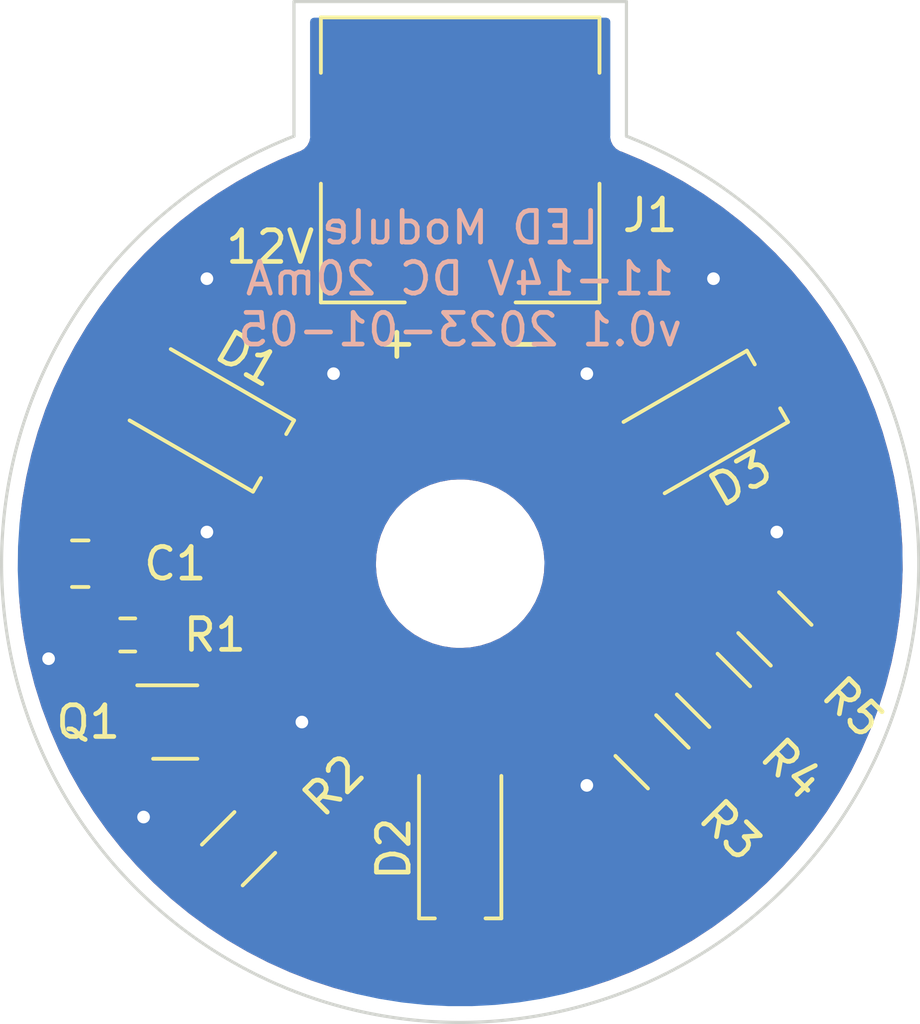
<source format=kicad_pcb>
(kicad_pcb (version 20211014) (generator pcbnew)
  (layers (0 "F.Cu" signal) (31 "B.Cu" signal) (34 "B.Paste" user) (35 "F.Paste" user) (36 "B.SilkS" user "B.Silkscreen") (37 "F.SilkS" user "F.Silkscreen") (38 "B.Mask" user) (39 "F.Mask" user) (44 "Edge.Cuts" user))
  (net 0 "")
  (net 1 "Net-(D1-Pad1)")
  (net 2 "Net-(D2-Pad1)")
  (net 3 "Net-(D3-Pad1)")
  (net 4 "Net-(Q1-Pad2)")
  (net 5 "+12V")
  (net 6 "GND")
  (net 7 "Net-(Q1-Pad5)")
  (footprint "Resistor_SMD:R_0603_1608Metric" (layer "F.Cu") (at 79.5 92.25)
    (fp_text reference "R1" (at 2.75 0) (layer "F.SilkS"))
    (fp_text value "R")
    (fp_line (start -0.237258 -0.5225) (end 0.237258 -0.5225) (layer "F.SilkS") (width 0.12))
    (fp_line (start -0.237258 0.5225) (end 0.237258 0.5225) (layer "F.SilkS") (width 0.12))
    (pad "1" smd roundrect (at -0.825 0) (size 0.8 0.95) (layers "F.Cu" "F.Paste" "F.Mask") (net 5 "+12V"))
    (pad "2" smd roundrect (at 0.825 0) (size 0.8 0.95) (layers "F.Cu" "F.Paste" "F.Mask") (net 7 "Net-(Q1-Pad5)"))
  )
  (footprint "Brett-Footprint:LED_Cree-J-Series" (layer "F.Cu") (at 97.8 85.5 -150)
    (fp_text reference "D3" (at 0 -2.1 30) (layer "F.SilkS"))
    (fp_text value "JE2835AWT")
    (fp_line (start 2.3 -1.3) (end -2.2 -1.3) (layer "F.SilkS") (width 0.12))
    (fp_line (start -2.2 -1.3) (end -2.2 -0.8) (layer "F.SilkS") (width 0.12))
    (fp_line (start -2.2 1.3) (end 2.3 1.3) (layer "F.SilkS") (width 0.12))
    (fp_line (start -2.2 1.3) (end -2.2 0.8) (layer "F.SilkS") (width 0.12))
    (pad "1" smd rect (at -0.75 0 210) (size 2.1 1.8) (layers "F.Cu" "F.Mask") (net 3 "Net-(D3-Pad1)"))
    (pad "2" smd rect (at 1.8 0 210) (size 0.6 0.5) (layers "F.Cu" "F.Mask") (net 2 "Net-(D2-Pad1)"))
    (pad "2" smd rect (at 1.3 0 210) (size 1 1.8) (layers "F.Cu" "F.Mask") (net 2 "Net-(D2-Pad1)"))
  )
  (footprint "Resistor_SMD:R_1206_3216Metric" (layer "F.Cu") (at 83 99 -135)
    (fp_text reference "R2" (at -3.535534 -0.707107 45) (layer "F.SilkS"))
    (fp_text value "91")
    (fp_line (start -0.727064 -0.91) (end 0.727064 -0.91) (layer "F.SilkS") (width 0.12))
    (fp_line (start -0.727064 0.91) (end 0.727064 0.91) (layer "F.SilkS") (width 0.12))
    (pad "1" smd roundrect (at -1.4625 0 225) (size 1.125 1.75) (layers "F.Cu" "F.Paste" "F.Mask") (roundrect_rratio 0.2222222222) (net 4 "Net-(Q1-Pad2)"))
    (pad "2" smd roundrect (at 1.4625 0 225) (size 1.125 1.75) (layers "F.Cu" "F.Paste" "F.Mask") (roundrect_rratio 0.2222222222) (net 6 "GND"))
  )
  (footprint "Resistor_SMD:R_1206_3216Metric" (layer "F.Cu") (at 96.06 95.94 135)
    (fp_text reference "R3" (at -3.5 0 135) (layer "F.SilkS"))
    (fp_text value "91")
    (fp_line (start -0.727064 -0.91) (end 0.727064 -0.91) (layer "F.SilkS") (width 0.12))
    (fp_line (start -0.727064 0.91) (end 0.727064 0.91) (layer "F.SilkS") (width 0.12))
    (pad "1" smd roundrect (at -1.4625 0 135) (size 1.125 1.75) (layers "F.Cu" "F.Paste" "F.Mask") (roundrect_rratio 0.2222222222) (net 4 "Net-(Q1-Pad2)"))
    (pad "2" smd roundrect (at 1.4625 0 135) (size 1.125 1.75) (layers "F.Cu" "F.Paste" "F.Mask") (roundrect_rratio 0.2222222222) (net 6 "GND"))
  )
  (footprint "Package_TO_SOT_SMD:SOT-363_SC-70-6" (layer "F.Cu") (at 81 95)
    (fp_text reference "Q1" (at -2.75 0) (layer "F.SilkS"))
    (fp_text value "BC847BS")
    (fp_line (start -0.7 1.16) (end 0.7 1.16) (layer "F.SilkS") (width 0.12))
    (fp_line (start 0.7 -1.16) (end -1.2 -1.16) (layer "F.SilkS") (width 0.12))
    (pad "1" smd rect (at -0.95 -0.65) (size 0.65 0.4) (layers "F.Cu" "F.Paste" "F.Mask") (net 6 "GND"))
    (pad "2" smd rect (at -0.95 0) (size 0.65 0.4) (layers "F.Cu" "F.Paste" "F.Mask") (net 4 "Net-(Q1-Pad2)"))
    (pad "3" smd rect (at -0.95 0.65) (size 0.65 0.4) (layers "F.Cu" "F.Paste" "F.Mask") (net 3 "Net-(D3-Pad1)"))
    (pad "4" smd rect (at 0.95 0.65) (size 0.65 0.4) (layers "F.Cu" "F.Paste" "F.Mask") (net 4 "Net-(Q1-Pad2)"))
    (pad "5" smd rect (at 0.95 0) (size 0.65 0.4) (layers "F.Cu" "F.Paste" "F.Mask") (net 7 "Net-(Q1-Pad5)"))
    (pad "6" smd rect (at 0.95 -0.65) (size 0.65 0.4) (layers "F.Cu" "F.Paste" "F.Mask") (net 7 "Net-(Q1-Pad5)"))
  )
  (footprint "Capacitor_SMD:C_0805_2012Metric" (layer "F.Cu") (at 78 90)
    (fp_text reference "C1" (at 3 0) (layer "F.SilkS"))
    (fp_text value "10u")
    (fp_line (start -0.261252 -0.735) (end 0.261252 -0.735) (layer "F.SilkS") (width 0.12))
    (fp_line (start -0.261252 0.735) (end 0.261252 0.735) (layer "F.SilkS") (width 0.12))
    (pad "1" smd roundrect (at -0.95 0) (size 1 1.45) (layers "F.Cu" "F.Paste" "F.Mask") (net 5 "+12V"))
    (pad "2" smd roundrect (at 0.95 0) (size 1 1.45) (layers "F.Cu" "F.Paste" "F.Mask") (net 6 "GND"))
  )
  (footprint "Resistor_SMD:R_1206_3216Metric" (layer "F.Cu") (at 99.94 92.06 135)
    (fp_text reference "R5" (at -3.5 0 135) (layer "F.SilkS"))
    (fp_text value "91")
    (fp_line (start -0.727064 0.91) (end 0.727064 0.91) (layer "F.SilkS") (width 0.12))
    (fp_line (start -0.727064 -0.91) (end 0.727064 -0.91) (layer "F.SilkS") (width 0.12))
    (pad "1" smd roundrect (at -1.4625 0 135) (size 1.125 1.75) (layers "F.Cu" "F.Paste" "F.Mask") (roundrect_rratio 0.2222222222) (net 4 "Net-(Q1-Pad2)"))
    (pad "2" smd roundrect (at 1.4625 0 135) (size 1.125 1.75) (layers "F.Cu" "F.Paste" "F.Mask") (roundrect_rratio 0.2222222222) (net 6 "GND"))
  )
  (footprint "Brett-Footprint:LED_Cree-J-Series" (layer "F.Cu") (at 90 99 90)
    (fp_text reference "D2" (at 0 -2.1 90) (layer "F.SilkS"))
    (fp_text value "JE2835AWT")
    (fp_line (start 2.3 -1.3) (end -2.2 -1.3) (layer "F.SilkS") (width 0.12))
    (fp_line (start -2.2 1.3) (end -2.2 0.8) (layer "F.SilkS") (width 0.12))
    (fp_line (start -2.2 -1.3) (end -2.2 -0.8) (layer "F.SilkS") (width 0.12))
    (fp_line (start -2.2 1.3) (end 2.3 1.3) (layer "F.SilkS") (width 0.12))
    (pad "1" smd rect (at -0.75 0 90) (size 2.1 1.8) (layers "F.Cu" "F.Mask") (net 2 "Net-(D2-Pad1)"))
    (pad "2" smd rect (at 1.8 0 90) (size 0.6 0.5) (layers "F.Cu" "F.Mask") (net 1 "Net-(D1-Pad1)"))
    (pad "2" smd rect (at 1.3 0 90) (size 1 1.8) (layers "F.Cu" "F.Mask") (net 1 "Net-(D1-Pad1)"))
  )
  (footprint "Resistor_SMD:R_1206_3216Metric" (layer "F.Cu") (at 98 94 135)
    (fp_text reference "R4" (at -3.5 0 135) (layer "F.SilkS"))
    (fp_text value "91")
    (fp_line (start -0.727064 0.91) (end 0.727064 0.91) (layer "F.SilkS") (width 0.12))
    (fp_line (start -0.727064 -0.91) (end 0.727064 -0.91) (layer "F.SilkS") (width 0.12))
    (pad "1" smd roundrect (at -1.4625 0 135) (size 1.125 1.75) (layers "F.Cu" "F.Paste" "F.Mask") (roundrect_rratio 0.2222222222) (net 4 "Net-(Q1-Pad2)"))
    (pad "2" smd roundrect (at 1.4625 0 135) (size 1.125 1.75) (layers "F.Cu" "F.Paste" "F.Mask") (roundrect_rratio 0.2222222222) (net 6 "GND"))
  )
  (footprint "MountingHole:MountingHole_4.3mm_M4" (layer "F.Cu") (at 90 90)
    (fp_text reference "" (at 0 -5.3) (layer "F.SilkS"))
    (fp_text value "MountingHole_4.3mm_M4")
    (pad "" np_thru_hole circle (at 0 0) (size 4.3 4.3) (drill 4.3) (layers *.Cu *.Mask))
  )
  (footprint "Brett-Footprint:TE-HPI-1x2x2mm-1775469-2" (layer "F.Cu") (at 90 78)
    (fp_text reference "J1" (at 6 1) (layer "F.SilkS"))
    (fp_text value "Conn_01x02")
    (fp_line (start -4.4 -3.5) (end -4.4 -5.25) (layer "F.SilkS") (width 0.12))
    (fp_line (start -4.4 -5.25) (end 4.4 -5.25) (layer "F.SilkS") (width 0.12))
    (fp_line (start 4.4 0) (end 4.4 3.75) (layer "F.SilkS") (width 0.12))
    (fp_line (start -4.4 3.75) (end -1.75 3.75) (layer "F.SilkS") (width 0.12))
    (fp_line (start 4.4 -5.25) (end 4.4 -3.5) (layer "F.SilkS") (width 0.12))
    (fp_line (start -4.4 0) (end -4.4 3.75) (layer "F.SilkS") (width 0.12))
    (fp_line (start 4.4 3.75) (end 1.75 3.75) (layer "F.SilkS") (width 0.12))
    (pad "1" smd roundrect (at -1 2.5) (size 1 3.5) (layers "F.Cu" "F.Paste" "F.Mask") (net 5 "+12V"))
    (pad "2" smd roundrect (at 1 2.5) (size 1 3.5) (layers "F.Cu" "F.Paste" "F.Mask") (net 6 "GND"))
    (pad "MP" smd roundrect (at 3.35 -3.25) (size 1.5 3.4) (layers "F.Cu" "F.Paste" "F.Mask") (roundrect_rratio 0.15625))
    (pad "MP" smd roundrect (at -3.35 -3.25) (size 1.5 3.4) (layers "F.Cu" "F.Paste" "F.Mask") (roundrect_rratio 0.15625))
  )
  (footprint "Brett-Footprint:LED_Cree-J-Series" (layer "F.Cu") (at 82.2 85.5 150)
    (fp_text reference "D1" (at 0.05 2.25 150) (layer "F.SilkS"))
    (fp_text value "JE2835AWT")
    (fp_line (start -2.2 -1.3) (end -2.2 -0.8) (layer "F.SilkS") (width 0.12))
    (fp_line (start -2.2 1.3) (end 2.3 1.3) (layer "F.SilkS") (width 0.12))
    (fp_line (start -2.2 1.3) (end -2.2 0.8) (layer "F.SilkS") (width 0.12))
    (fp_line (start 2.3 -1.3) (end -2.2 -1.3) (layer "F.SilkS") (width 0.12))
    (pad "1" smd rect (at -0.75 0 150) (size 2.1 1.8) (layers "F.Cu" "F.Mask") (net 1 "Net-(D1-Pad1)"))
    (pad "2" smd rect (at 1.3 0 150) (size 1 1.8) (layers "F.Cu" "F.Mask") (net 5 "+12V"))
    (pad "2" smd rect (at 1.8 0 150) (size 0.6 0.5) (layers "F.Cu" "F.Mask") (net 5 "+12V"))
  )
  (gr_arc (start 95.25 76.500001) (mid 90 104.484905) (end 84.75 76.500001) (layer "Edge.Cuts") (width 0.1))
  (gr_line (start 95.25 76.5) (end 95.25 72.25) (layer "Edge.Cuts") (width 0.1))
  (gr_line (start 95.25 72.25) (end 84.75 72.25) (layer "Edge.Cuts") (width 0.1))
  (gr_line (start 84.75 72.25) (end 84.75 76.5) (layer "Edge.Cuts") (width 0.1))
  (gr_text "LED Module\n11-14V DC 20mA\nv0.1 2023-01-05" (at 90 81) (layer "B.SilkS") (effects (font (size 1 1)) (justify mirror)))
  (gr_text "-" (at 92 83) (layer "F.SilkS") (effects (font (size 1 1))))
  (gr_text "+" (at 88 83) (layer "F.SilkS") (effects (font (size 1 1))))
  (gr_text "12V" (at 84 80) (layer "F.SilkS") (effects (font (size 1 1))))
  (segment (start 90 97.25) (end 90 97.7) (width 0.5) (layer "F.Cu") (net 1))
  (segment (start 84.5 91.75) (end 90 97.25) (width 0.5) (layer "F.Cu") (net 1))
  (segment (start 84.5 87.525481) (end 84.5 91.75) (width 0.5) (layer "F.Cu") (net 1))
  (segment (start 82.849519 85.875) (end 84.5 87.525481) (width 0.5) (layer "F.Cu") (net 1))
  (segment (start 90 99.75) (end 90.749022 99.75) (width 0.5) (layer "F.Cu") (net 2))
  (segment (start 92.25 98.249022) (end 92.25 95.5) (width 0.5) (layer "F.Cu") (net 2))
  (segment (start 90.749022 99.75) (end 92.25 98.249022) (width 0.5) (layer "F.Cu") (net 2))
  (segment (start 96.674167 91.075833) (end 96.674167 86.15) (width 0.5) (layer "F.Cu") (net 2))
  (segment (start 92.25 95.5) (end 96.674167 91.075833) (width 0.5) (layer "F.Cu") (net 2))
  (segment (start 93 103) (end 87.4 103) (width 0.5) (layer "F.Cu") (net 3))
  (segment (start 102.336576 89.012057) (end 102.336576 93.663424) (width 0.5) (layer "F.Cu") (net 3))
  (segment (start 98.449519 85.125) (end 102.336576 89.012057) (width 0.5) (layer "F.Cu") (net 3))
  (segment (start 102.336576 93.663424) (end 93 103) (width 0.5) (layer "F.Cu") (net 3))
  (segment (start 87.4 103) (end 80.05 95.65) (width 0.5) (layer "F.Cu") (net 3))
  (segment (start 99.034144 95.034144) (end 97.094144 96.974144) (width 0.5) (layer "F.Cu") (net 4))
  (segment (start 84.034144 97.965856) (end 84.034144 97.734144) (width 0.5) (layer "F.Cu") (net 4))
  (segment (start 80.05 95) (end 80.625 95) (width 0.25) (layer "F.Cu") (net 4))
  (segment (start 88.017318 101.94903) (end 84.034144 97.965856) (width 0.5) (layer "F.Cu") (net 4))
  (segment (start 100.974144 93.094144) (end 99.034144 95.034144) (width 0.5) (layer "F.Cu") (net 4))
  (segment (start 84.034144 97.734144) (end 81.95 95.65) (width 0.5) (layer "F.Cu") (net 4))
  (segment (start 81.275 95.65) (end 81.95 95.65) (width 0.25) (layer "F.Cu") (net 4))
  (segment (start 97.094144 96.974144) (end 92.119258 101.94903) (width 0.5) (layer "F.Cu") (net 4))
  (segment (start 92.119258 101.94903) (end 88.017318 101.94903) (width 0.5) (layer "F.Cu") (net 4))
  (segment (start 80.625 95) (end 81.275 95.65) (width 0.25) (layer "F.Cu") (net 4))
  (segment (start 81.074167 84.85) (end 77.05 88.874167) (width 0.5) (layer "F.Cu") (net 5))
  (segment (start 85.424167 80.5) (end 81.074167 84.85) (width 0.5) (layer "F.Cu") (net 5))
  (segment (start 77.05 88.874167) (end 77.05 90) (width 0.5) (layer "F.Cu") (net 5))
  (segment (start 77.05 90) (end 77.05 90.625) (width 0.25) (layer "F.Cu") (net 5))
  (segment (start 89 80.5) (end 85.424167 80.5) (width 0.5) (layer "F.Cu") (net 5))
  (segment (start 77.05 90.625) (end 78.675 92.25) (width 0.25) (layer "F.Cu") (net 5))
  (via (at 100 89) (size 0.8) (drill 0.4) (layers "F.Cu" "B.Cu") (net 6))
  (via (at 82 89) (size 0.8) (drill 0.4) (layers "F.Cu" "B.Cu") (net 6))
  (via (at 80 98) (size 0.8) (drill 0.4) (layers "F.Cu" "B.Cu") (net 6))
  (via (at 94 84) (size 0.8) (drill 0.4) (layers "F.Cu" "B.Cu") (net 6))
  (via (at 82 81) (size 0.8) (drill 0.4) (layers "F.Cu" "B.Cu") (net 6))
  (via (at 94 97) (size 0.8) (drill 0.4) (layers "F.Cu" "B.Cu") (net 6))
  (via (at 86 84) (size 0.8) (drill 0.4) (layers "F.Cu" "B.Cu") (net 6))
  (via (at 77 93) (size 0.8) (drill 0.4) (layers "F.Cu" "B.Cu") (net 6))
  (via (at 98 81) (size 0.8) (drill 0.4) (layers "F.Cu" "B.Cu") (net 6))
  (via (at 85 95) (size 0.8) (drill 0.4) (layers "F.Cu" "B.Cu") (net 6))
  (segment (start 81.95 92.88) (end 81.32 92.25) (width 0.25) (layer "F.Cu") (net 7))
  (segment (start 81.95 94.35) (end 81.95 92.88) (width 0.25) (layer "F.Cu") (net 7))
  (segment (start 81.32 92.25) (end 80.325 92.25) (width 0.25) (layer "F.Cu") (net 7))
  (segment (start 81.95 95) (end 81.95 94.35) (width 0.25) (layer "F.Cu") (net 7))
  (zone (net 6) (net_name "GND") (layers F&B.Cu) (connect_pads yes (clearance 0.508)) (min_thickness 0.254) (fill yes (thermal_gap 0.508) (thermal_bridge_width 0.508))
    (polygon (pts (xy 104.5 104.5) (xy 75.5 104.5) (xy 75.5 72.25) (xy 104.5 72.25)))
  )
)
</source>
